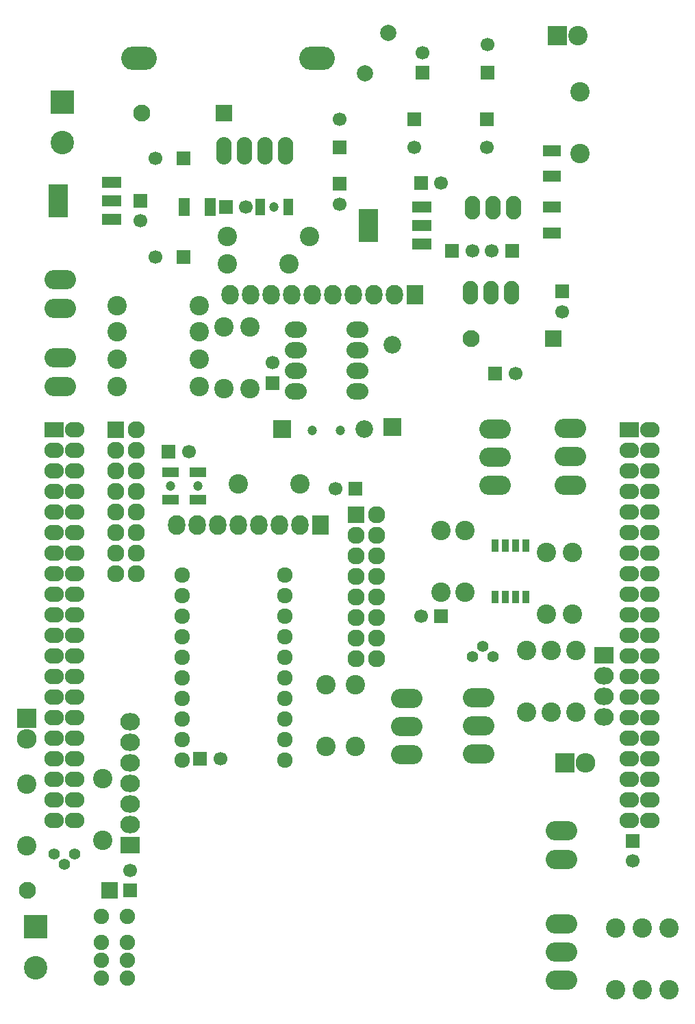
<source format=gts>
G04 #@! TF.FileFunction,Soldermask,Top*
%FSLAX46Y46*%
G04 Gerber Fmt 4.6, Leading zero omitted, Abs format (unit mm)*
G04 Created by KiCad (PCBNEW 4.0.2+e4-6225~38~ubuntu14.04.1-stable) date mar 10 may 2016 15:30:21 ART*
%MOMM*%
G01*
G04 APERTURE LIST*
%ADD10C,0.100000*%
%ADD11R,2.127200X2.127200*%
%ADD12O,2.127200X2.127200*%
%ADD13C,1.700000*%
%ADD14R,1.700000X1.700000*%
%ADD15C,2.099260*%
%ADD16R,2.099260X2.099260*%
%ADD17R,2.400000X2.400000*%
%ADD18C,2.400000*%
%ADD19O,1.901140X3.399740*%
%ADD20O,4.400500X2.899360*%
%ADD21C,2.000000*%
%ADD22C,1.200000*%
%ADD23R,1.300000X2.100000*%
%ADD24R,2.100000X1.300000*%
%ADD25R,2.900000X2.900000*%
%ADD26C,2.900000*%
%ADD27C,1.900000*%
%ADD28R,2.299920X1.400760*%
%ADD29R,1.400760X2.299920*%
%ADD30C,2.398980*%
%ADD31C,1.924000*%
%ADD32R,2.127200X2.432000*%
%ADD33O,2.127200X2.432000*%
%ADD34R,2.432000X2.432000*%
%ADD35O,2.432000X2.432000*%
%ADD36R,2.432000X2.127200*%
%ADD37O,2.432000X2.127200*%
%ADD38C,1.400760*%
%ADD39R,2.432000X4.057600*%
%ADD40R,2.432000X1.416000*%
%ADD41O,2.700000X2.000000*%
%ADD42R,0.908000X1.543000*%
%ADD43C,2.178000*%
%ADD44R,2.178000X2.178000*%
%ADD45O,3.900120X2.398980*%
%ADD46O,1.901140X2.899360*%
%ADD47R,2.400000X1.924000*%
%ADD48O,2.400000X1.924000*%
G04 APERTURE END LIST*
D10*
D11*
X87642700Y-88887300D03*
D12*
X90182700Y-88887300D03*
X87642700Y-91427300D03*
X90182700Y-91427300D03*
X87642700Y-93967300D03*
X90182700Y-93967300D03*
X87642700Y-96507300D03*
X90182700Y-96507300D03*
X87642700Y-99047300D03*
X90182700Y-99047300D03*
X87642700Y-101587300D03*
X90182700Y-101587300D03*
X87642700Y-104127300D03*
X90182700Y-104127300D03*
X87642700Y-106667300D03*
X90182700Y-106667300D03*
D13*
X133500000Y-54000000D03*
D14*
X133500000Y-50500000D03*
D13*
X124500000Y-54000000D03*
D14*
X124500000Y-50500000D03*
X136600000Y-66800000D03*
D13*
X134100000Y-66800000D03*
D14*
X142811500Y-71807700D03*
D13*
X142811500Y-74307700D03*
D14*
X125349000Y-58420000D03*
D13*
X127849000Y-58420000D03*
D14*
X94145100Y-91579700D03*
D13*
X96645100Y-91579700D03*
X133553200Y-41315760D03*
D14*
X133553200Y-44815760D03*
X101200000Y-61400000D03*
D13*
X103700000Y-61400000D03*
D14*
X125506480Y-44815760D03*
D13*
X125506480Y-42315760D03*
X92500000Y-55400000D03*
D14*
X96000000Y-55400000D03*
X129200000Y-66800000D03*
D13*
X131700000Y-66800000D03*
D14*
X90678000Y-60579000D03*
D13*
X90678000Y-63079000D03*
X92500000Y-67600000D03*
D14*
X96000000Y-67600000D03*
D13*
X115250000Y-50500000D03*
D14*
X115250000Y-54000000D03*
X106997500Y-83096100D03*
D13*
X106997500Y-80596100D03*
D14*
X151498300Y-139687300D03*
D13*
X151498300Y-142187300D03*
D14*
X98044000Y-129540000D03*
D13*
X100544000Y-129540000D03*
D14*
X89408000Y-145796000D03*
D13*
X89408000Y-143296000D03*
D14*
X117248300Y-96151700D03*
D13*
X114748300Y-96151700D03*
D15*
X90839480Y-49802540D03*
D16*
X100999480Y-49802540D03*
D17*
X142250000Y-40250000D03*
D18*
X144790000Y-40250000D03*
D19*
X108600000Y-54400000D03*
X106060000Y-54400000D03*
X103520000Y-54400000D03*
X100980000Y-54400000D03*
D20*
X112500740Y-43000000D03*
X90499260Y-43000000D03*
D21*
X121259600Y-39842440D03*
X118459600Y-44842440D03*
D22*
X115379500Y-88988900D03*
X111925100Y-88961700D03*
D23*
X108900000Y-61400000D03*
X105500000Y-61400000D03*
D22*
X107200000Y-61400000D03*
D24*
X97739200Y-94108800D03*
X97739200Y-97508800D03*
D22*
X97739200Y-95808800D03*
D24*
X94335600Y-94108800D03*
X94335600Y-97508800D03*
D22*
X94335600Y-95808800D03*
D25*
X81000000Y-48400000D03*
D26*
X81000000Y-53400000D03*
D27*
X89052000Y-149047200D03*
X85852000Y-149047200D03*
X85852000Y-152247200D03*
X85852000Y-154447200D03*
X85852000Y-156647200D03*
X89052000Y-152247200D03*
X89052000Y-154447200D03*
X89052000Y-156647200D03*
D28*
X141500000Y-57600200D03*
X141500000Y-54399800D03*
X141500000Y-64600200D03*
X141500000Y-61399800D03*
D29*
X96062800Y-61400000D03*
X99263200Y-61400000D03*
D30*
X87800000Y-83600000D03*
X97960000Y-83600000D03*
X87800000Y-80200000D03*
X97960000Y-80200000D03*
X87800000Y-76800000D03*
X97960000Y-76800000D03*
X87800000Y-73600000D03*
X97960000Y-73600000D03*
X101400000Y-65000000D03*
X111560000Y-65000000D03*
D31*
X95808800Y-106832400D03*
X95808800Y-109372400D03*
X95808800Y-111912400D03*
X95808800Y-114452400D03*
X95808800Y-116992400D03*
X95808800Y-119532400D03*
X95808800Y-122072400D03*
X95808800Y-124612400D03*
X95808800Y-127152400D03*
X95808800Y-129692400D03*
X108508800Y-129692400D03*
X108508800Y-127152400D03*
X108508800Y-124612400D03*
X108508800Y-122072400D03*
X108508800Y-119532400D03*
X108508800Y-116992400D03*
X108508800Y-114452400D03*
X108508800Y-111912400D03*
X108508800Y-109372400D03*
X108508800Y-106832400D03*
D32*
X124600000Y-72200000D03*
D33*
X122060000Y-72200000D03*
X119520000Y-72200000D03*
X116980000Y-72200000D03*
X114440000Y-72200000D03*
X111900000Y-72200000D03*
X109360000Y-72200000D03*
X106820000Y-72200000D03*
X104280000Y-72200000D03*
X101740000Y-72200000D03*
D11*
X117297200Y-99415600D03*
D12*
X119837200Y-99415600D03*
X117297200Y-101955600D03*
X119837200Y-101955600D03*
X117297200Y-104495600D03*
X119837200Y-104495600D03*
X117297200Y-107035600D03*
X119837200Y-107035600D03*
X117297200Y-109575600D03*
X119837200Y-109575600D03*
X117297200Y-112115600D03*
X119837200Y-112115600D03*
X117297200Y-114655600D03*
X119837200Y-114655600D03*
X117297200Y-117195600D03*
X119837200Y-117195600D03*
D34*
X143167100Y-130035300D03*
D35*
X145707100Y-130035300D03*
D34*
X76555600Y-124561600D03*
D35*
X76555600Y-127101600D03*
D36*
X89408000Y-140208000D03*
D37*
X89408000Y-137668000D03*
X89408000Y-135128000D03*
X89408000Y-132588000D03*
X89408000Y-130048000D03*
X89408000Y-127508000D03*
X89408000Y-124968000D03*
D32*
X112877600Y-100685600D03*
D33*
X110337600Y-100685600D03*
X107797600Y-100685600D03*
X105257600Y-100685600D03*
X102717600Y-100685600D03*
X100177600Y-100685600D03*
X97637600Y-100685600D03*
X95097600Y-100685600D03*
D38*
X81229200Y-142544800D03*
X79959200Y-141274800D03*
X82499200Y-141274800D03*
D39*
X80498000Y-60600000D03*
D40*
X87102000Y-60600000D03*
X87102000Y-58314000D03*
X87102000Y-62886000D03*
D39*
X118872000Y-63627000D03*
D40*
X125476000Y-63627000D03*
X125476000Y-61341000D03*
X125476000Y-65913000D03*
D41*
X117513100Y-84162900D03*
X117513100Y-81622900D03*
X117513100Y-79082900D03*
X117513100Y-76542900D03*
X109893100Y-76542900D03*
X109893100Y-79082900D03*
X109893100Y-81622900D03*
X109893100Y-84162900D03*
D42*
X134495000Y-103225000D03*
X135765000Y-103225000D03*
X137035000Y-103225000D03*
X138305000Y-103225000D03*
X138305000Y-109575000D03*
X137035000Y-109575000D03*
X135765000Y-109575000D03*
X134495000Y-109575000D03*
D15*
X131584700Y-77609700D03*
D16*
X141744700Y-77609700D03*
D43*
X121780300Y-78371700D03*
D44*
X121780300Y-88531700D03*
D43*
X118376700Y-88785700D03*
D44*
X108216700Y-88785700D03*
D15*
X76707480Y-145798540D03*
D16*
X86867480Y-145798540D03*
D45*
X80772000Y-83538060D03*
X80772000Y-80037940D03*
X80772000Y-73886060D03*
X80772000Y-70385940D03*
X134531100Y-92285820D03*
X134531100Y-88785700D03*
X134531100Y-95785940D03*
X143827500Y-92235020D03*
X143827500Y-88734900D03*
X143827500Y-95735140D03*
X123558300Y-125564900D03*
X123558300Y-129065020D03*
X123558300Y-122064780D03*
X132499100Y-125463300D03*
X132499100Y-128963420D03*
X132499100Y-121963180D03*
X142748000Y-153416000D03*
X142748000Y-156916120D03*
X142748000Y-149915880D03*
X142748000Y-138457940D03*
X142748000Y-141958060D03*
D25*
X77673200Y-150317200D03*
D26*
X77673200Y-155317200D03*
D30*
X145000000Y-54750000D03*
X145000000Y-47130000D03*
X104203500Y-76187300D03*
X104203500Y-83807300D03*
X101003100Y-76187300D03*
X101003100Y-83807300D03*
X101400000Y-68400000D03*
X109020000Y-68400000D03*
X140817600Y-111658400D03*
X140817600Y-104038400D03*
X144068800Y-111709200D03*
X144068800Y-104089200D03*
X127825500Y-101346000D03*
X127825500Y-108966000D03*
X130810000Y-101346000D03*
X130810000Y-108966000D03*
X113600000Y-120400000D03*
X113600000Y-128020000D03*
X117200000Y-120400000D03*
X117200000Y-128020000D03*
X138391900Y-116166900D03*
X138391900Y-123786900D03*
X141490700Y-116166900D03*
X141490700Y-123786900D03*
X152717500Y-150456900D03*
X152717500Y-158076900D03*
X156019500Y-150456900D03*
X156019500Y-158076900D03*
X149402800Y-158089600D03*
X149402800Y-150469600D03*
X144538700Y-116166900D03*
X144538700Y-123786900D03*
X76606400Y-140309600D03*
X76606400Y-132689600D03*
X102730300Y-95542100D03*
X110350300Y-95542100D03*
X85953600Y-139649200D03*
X85953600Y-132029200D03*
D14*
X127836300Y-111950500D03*
D13*
X125336300Y-111950500D03*
D36*
X147942300Y-116776500D03*
D37*
X147942300Y-119316500D03*
X147942300Y-121856500D03*
X147942300Y-124396500D03*
D14*
X115277900Y-58498100D03*
D13*
X115277900Y-60998100D03*
D14*
X134520300Y-81927700D03*
D13*
X137020300Y-81927700D03*
D46*
X134250000Y-61500000D03*
X136790000Y-61500000D03*
X131710000Y-61500000D03*
X134000000Y-72000000D03*
X136540000Y-72000000D03*
X131460000Y-72000000D03*
D38*
X133007100Y-115608100D03*
X134277100Y-116878100D03*
X131737100Y-116878100D03*
D47*
X151130000Y-88900000D03*
D48*
X153670000Y-88900000D03*
X151130000Y-101600000D03*
X153670000Y-91440000D03*
X151130000Y-104140000D03*
X153670000Y-93980000D03*
X151130000Y-106680000D03*
X153670000Y-96520000D03*
X151130000Y-109220000D03*
X153670000Y-99060000D03*
X151130000Y-111760000D03*
X153670000Y-101600000D03*
X151130000Y-114300000D03*
X153670000Y-104140000D03*
X151130000Y-116840000D03*
X153670000Y-106680000D03*
X151130000Y-119380000D03*
X153670000Y-109220000D03*
X151130000Y-121920000D03*
X153670000Y-111760000D03*
X151130000Y-124460000D03*
X153670000Y-114300000D03*
X151130000Y-127000000D03*
X153670000Y-116840000D03*
X153670000Y-119380000D03*
X151130000Y-129540000D03*
X153670000Y-121920000D03*
X153670000Y-127000000D03*
X153670000Y-129540000D03*
X153670000Y-132080000D03*
X153670000Y-134620000D03*
X151130000Y-132080000D03*
X151130000Y-134620000D03*
X151130000Y-91440000D03*
X151130000Y-93980000D03*
X151130000Y-96520000D03*
X151130000Y-99060000D03*
X151130000Y-137160000D03*
X153670000Y-137160000D03*
X153670000Y-124460000D03*
D47*
X80010000Y-88900000D03*
D48*
X82550000Y-88900000D03*
X80010000Y-91440000D03*
X82550000Y-91440000D03*
X80010000Y-93980000D03*
X82550000Y-93980000D03*
X80010000Y-96520000D03*
X82550000Y-96520000D03*
X80010000Y-99060000D03*
X82550000Y-99060000D03*
X80010000Y-101600000D03*
X82550000Y-101600000D03*
X80010000Y-104140000D03*
X82550000Y-104140000D03*
X80010000Y-106680000D03*
X82550000Y-106680000D03*
X80010000Y-109220000D03*
X82550000Y-109220000D03*
X80010000Y-111760000D03*
X82550000Y-111760000D03*
X80010000Y-114300000D03*
X82550000Y-114300000D03*
X80010000Y-116840000D03*
X82550000Y-116840000D03*
X80010000Y-119380000D03*
X82550000Y-119380000D03*
X80010000Y-121920000D03*
X82550000Y-121920000D03*
X80010000Y-124460000D03*
X82550000Y-124460000D03*
X80010000Y-127000000D03*
X82550000Y-127000000D03*
X80010000Y-129540000D03*
X82550000Y-129540000D03*
X80010000Y-132080000D03*
X82550000Y-132080000D03*
X80010000Y-134620000D03*
X82550000Y-134620000D03*
X80010000Y-137160000D03*
X82550000Y-137160000D03*
M02*

</source>
